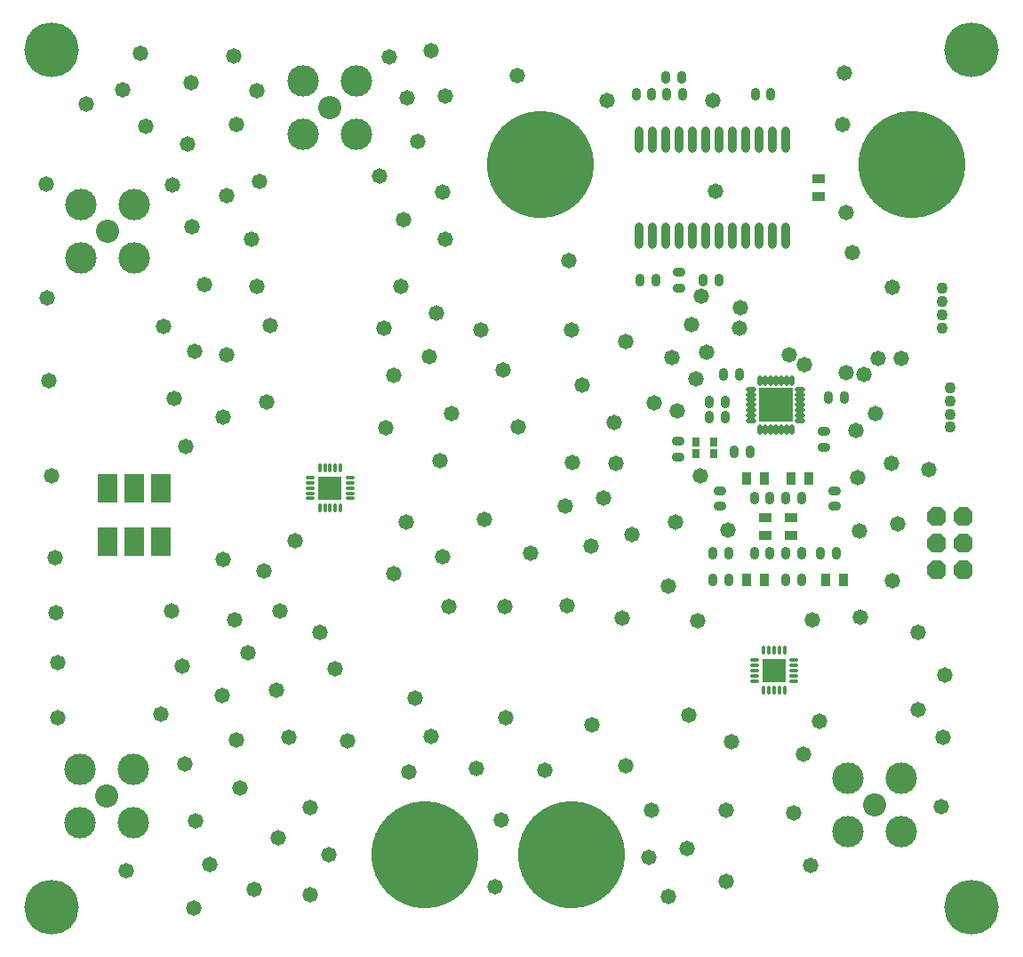
<source format=gts>
%FSLAX25Y25*%
%MOIN*%
G70*
G01*
G75*
G04 Layer_Color=8388736*
%ADD10C,0.11794*%
%ADD11O,0.00984X0.03150*%
%ADD12O,0.03150X0.00984*%
%ADD13R,0.12205X0.12205*%
%ADD14R,0.07874X0.07874*%
%ADD15O,0.00591X0.03189*%
%ADD16O,0.03189X0.00591*%
%ADD17R,0.07874X0.07874*%
G04:AMPARAMS|DCode=18|XSize=23.62mil|YSize=35.43mil|CornerRadius=5.91mil|HoleSize=0mil|Usage=FLASHONLY|Rotation=0.000|XOffset=0mil|YOffset=0mil|HoleType=Round|Shape=RoundedRectangle|*
%AMROUNDEDRECTD18*
21,1,0.02362,0.02362,0,0,0.0*
21,1,0.01181,0.03543,0,0,0.0*
1,1,0.01181,0.00591,-0.01181*
1,1,0.01181,-0.00591,-0.01181*
1,1,0.01181,-0.00591,0.01181*
1,1,0.01181,0.00591,0.01181*
%
%ADD18ROUNDEDRECTD18*%
G04:AMPARAMS|DCode=19|XSize=23.62mil|YSize=35.43mil|CornerRadius=5.91mil|HoleSize=0mil|Usage=FLASHONLY|Rotation=90.000|XOffset=0mil|YOffset=0mil|HoleType=Round|Shape=RoundedRectangle|*
%AMROUNDEDRECTD19*
21,1,0.02362,0.02362,0,0,90.0*
21,1,0.01181,0.03543,0,0,90.0*
1,1,0.01181,0.01181,0.00591*
1,1,0.01181,0.01181,-0.00591*
1,1,0.01181,-0.01181,-0.00591*
1,1,0.01181,-0.01181,0.00591*
%
%ADD19ROUNDEDRECTD19*%
%ADD20R,0.04016X0.02520*%
%ADD21R,0.06496X0.10000*%
%ADD22O,0.02362X0.09055*%
%ADD23R,0.02520X0.04016*%
%ADD24R,0.02362X0.02953*%
%ADD25C,0.00787*%
%ADD26C,0.01969*%
%ADD27C,0.11798*%
%ADD28C,0.00984*%
%ADD29C,0.06693*%
%ADD30C,0.05906*%
%ADD31C,0.39370*%
%ADD32C,0.11024*%
%ADD33C,0.07874*%
%ADD34C,0.03543*%
G04:AMPARAMS|DCode=35|XSize=62.01mil|YSize=62.01mil|CornerRadius=0mil|HoleSize=0mil|Usage=FLASHONLY|Rotation=0.000|XOffset=0mil|YOffset=0mil|HoleType=Round|Shape=Octagon|*
%AMOCTAGOND35*
4,1,8,0.03100,-0.01550,0.03100,0.01550,0.01550,0.03100,-0.01550,0.03100,-0.03100,0.01550,-0.03100,-0.01550,-0.01550,-0.03100,0.01550,-0.03100,0.03100,-0.01550,0.0*
%
%ADD35OCTAGOND35*%

%ADD36C,0.19685*%
%ADD37C,0.05000*%
%ADD38C,0.02362*%
%ADD39C,0.01000*%
%ADD40C,0.00492*%
%ADD41C,0.01008*%
%ADD42O,0.01784X0.03950*%
%ADD43O,0.03950X0.01784*%
%ADD44R,0.13005X0.13005*%
%ADD45R,0.08674X0.08674*%
%ADD46O,0.01391X0.03989*%
%ADD47O,0.03989X0.01391*%
%ADD48R,0.08674X0.08674*%
G04:AMPARAMS|DCode=49|XSize=31.62mil|YSize=43.43mil|CornerRadius=9.91mil|HoleSize=0mil|Usage=FLASHONLY|Rotation=0.000|XOffset=0mil|YOffset=0mil|HoleType=Round|Shape=RoundedRectangle|*
%AMROUNDEDRECTD49*
21,1,0.03162,0.02362,0,0,0.0*
21,1,0.01181,0.04343,0,0,0.0*
1,1,0.01981,0.00591,-0.01181*
1,1,0.01981,-0.00591,-0.01181*
1,1,0.01981,-0.00591,0.01181*
1,1,0.01981,0.00591,0.01181*
%
%ADD49ROUNDEDRECTD49*%
G04:AMPARAMS|DCode=50|XSize=31.62mil|YSize=43.43mil|CornerRadius=9.91mil|HoleSize=0mil|Usage=FLASHONLY|Rotation=90.000|XOffset=0mil|YOffset=0mil|HoleType=Round|Shape=RoundedRectangle|*
%AMROUNDEDRECTD50*
21,1,0.03162,0.02362,0,0,90.0*
21,1,0.01181,0.04343,0,0,90.0*
1,1,0.01981,0.01181,0.00591*
1,1,0.01981,0.01181,-0.00591*
1,1,0.01981,-0.01181,-0.00591*
1,1,0.01981,-0.01181,0.00591*
%
%ADD50ROUNDEDRECTD50*%
%ADD51R,0.04816X0.03320*%
%ADD52R,0.07296X0.10800*%
%ADD53O,0.03162X0.09855*%
%ADD54R,0.03320X0.04816*%
%ADD55R,0.03162X0.03753*%
%ADD56C,0.40170*%
%ADD57C,0.11824*%
%ADD58C,0.08674*%
%ADD59C,0.04343*%
G04:AMPARAMS|DCode=60|XSize=70.01mil|YSize=70.01mil|CornerRadius=0mil|HoleSize=0mil|Usage=FLASHONLY|Rotation=0.000|XOffset=0mil|YOffset=0mil|HoleType=Round|Shape=Octagon|*
%AMOCTAGOND60*
4,1,8,0.03500,-0.01750,0.03500,0.01750,0.01750,0.03500,-0.01750,0.03500,-0.03500,0.01750,-0.03500,-0.01750,-0.01750,-0.03500,0.01750,-0.03500,0.03500,-0.01750,0.0*
%
%ADD60OCTAGOND60*%

%ADD61C,0.20485*%
%ADD62C,0.05800*%
D42*
X282185Y195472D02*
D03*
X284154D02*
D03*
X286122D02*
D03*
X288090D02*
D03*
X290059D02*
D03*
X292028D02*
D03*
X293996D02*
D03*
Y213779D02*
D03*
X292028D02*
D03*
X290059D02*
D03*
X288090D02*
D03*
X286122D02*
D03*
X284154D02*
D03*
X282185D02*
D03*
D43*
X297244Y198721D02*
D03*
Y200689D02*
D03*
Y202658D02*
D03*
Y204626D02*
D03*
Y206594D02*
D03*
Y208563D02*
D03*
Y210531D02*
D03*
X278937D02*
D03*
Y208563D02*
D03*
Y206594D02*
D03*
Y204626D02*
D03*
Y202658D02*
D03*
Y200689D02*
D03*
Y198721D02*
D03*
D44*
X288090Y204626D02*
D03*
D45*
X120965Y173524D02*
D03*
D46*
X124902Y181004D02*
D03*
X122933D02*
D03*
X120965D02*
D03*
X118996D02*
D03*
X117028D02*
D03*
Y166043D02*
D03*
X118996D02*
D03*
X120965D02*
D03*
X122933D02*
D03*
X124902D02*
D03*
X291437Y112598D02*
D03*
X289468D02*
D03*
X287500D02*
D03*
X285531D02*
D03*
X283563D02*
D03*
Y97638D02*
D03*
X285531D02*
D03*
X287500D02*
D03*
X289468D02*
D03*
X291437D02*
D03*
D47*
X113484Y177461D02*
D03*
Y175492D02*
D03*
Y173524D02*
D03*
Y171555D02*
D03*
Y169587D02*
D03*
X128445D02*
D03*
Y171555D02*
D03*
Y173524D02*
D03*
Y175492D02*
D03*
Y177461D02*
D03*
X294980Y101181D02*
D03*
Y103150D02*
D03*
Y105118D02*
D03*
Y107087D02*
D03*
Y109055D02*
D03*
X280020D02*
D03*
Y107087D02*
D03*
Y105118D02*
D03*
Y103150D02*
D03*
Y101181D02*
D03*
D48*
X287500Y105118D02*
D03*
D49*
X253051Y321063D02*
D03*
X247146D02*
D03*
X268504Y216044D02*
D03*
X274410D02*
D03*
X269169Y200017D02*
D03*
X263263D02*
D03*
X313681Y207480D02*
D03*
X307776D02*
D03*
X286319Y321063D02*
D03*
X280413D02*
D03*
X241634D02*
D03*
X235728D02*
D03*
X266765Y251378D02*
D03*
X260860D02*
D03*
X243012D02*
D03*
X237106D02*
D03*
X278346Y187106D02*
D03*
X272441D02*
D03*
X285919Y169586D02*
D03*
X280013D02*
D03*
X297841Y148917D02*
D03*
X291935D02*
D03*
X280013Y148918D02*
D03*
X285919D02*
D03*
X291935Y139173D02*
D03*
X297841D02*
D03*
X304829Y148918D02*
D03*
X310735D02*
D03*
X297841Y169586D02*
D03*
X291935D02*
D03*
X270374Y148917D02*
D03*
X264469D02*
D03*
X270374Y139173D02*
D03*
X264469D02*
D03*
X246949Y327264D02*
D03*
X252854D02*
D03*
X263263Y205611D02*
D03*
X269169D02*
D03*
D50*
X251574Y185039D02*
D03*
Y190945D02*
D03*
X251771Y254429D02*
D03*
Y248524D02*
D03*
X306102Y188779D02*
D03*
Y194685D02*
D03*
X310138Y172539D02*
D03*
Y166634D02*
D03*
X267126D02*
D03*
Y172539D02*
D03*
D51*
X304035Y282776D02*
D03*
Y289469D02*
D03*
X284055Y155709D02*
D03*
Y162402D02*
D03*
X293799Y162402D02*
D03*
Y155709D02*
D03*
D52*
X57441Y153268D02*
D03*
X47441D02*
D03*
X37441D02*
D03*
Y173346D02*
D03*
X47441D02*
D03*
X57441D02*
D03*
D53*
X291870Y303937D02*
D03*
X286870D02*
D03*
X281870D02*
D03*
X276870D02*
D03*
X271870D02*
D03*
X266870D02*
D03*
X261870D02*
D03*
X256870D02*
D03*
X251870D02*
D03*
X246870D02*
D03*
X241870D02*
D03*
X236870D02*
D03*
X291870Y268110D02*
D03*
X286870D02*
D03*
X281870D02*
D03*
X276870D02*
D03*
X271870D02*
D03*
X266870D02*
D03*
X261870D02*
D03*
X256870D02*
D03*
X251870D02*
D03*
X246870D02*
D03*
X241870D02*
D03*
X236870D02*
D03*
D54*
X300590Y177165D02*
D03*
X293898D02*
D03*
X283957D02*
D03*
X277264D02*
D03*
X283957Y139173D02*
D03*
X277264D02*
D03*
X306791Y139173D02*
D03*
X313484D02*
D03*
D55*
X258169Y190866D02*
D03*
X264665D02*
D03*
Y186417D02*
D03*
X258169D02*
D03*
D56*
X199705Y294587D02*
D03*
X339272D02*
D03*
X211516Y36122D02*
D03*
X156447D02*
D03*
D57*
X27303Y47972D02*
D03*
Y67972D02*
D03*
X47303D02*
D03*
Y47972D02*
D03*
X335295Y44626D02*
D03*
X315295D02*
D03*
Y64626D02*
D03*
X335295D02*
D03*
X27500Y279587D02*
D03*
X47500D02*
D03*
Y259587D02*
D03*
X27500D02*
D03*
X110965Y326142D02*
D03*
X130965D02*
D03*
Y306142D02*
D03*
X110965D02*
D03*
D58*
X37303Y57973D02*
D03*
X325295Y54626D02*
D03*
X37500Y269587D02*
D03*
X120965Y316142D02*
D03*
D59*
X350492Y248327D02*
D03*
Y243406D02*
D03*
Y238484D02*
D03*
Y233563D02*
D03*
X353445Y196260D02*
D03*
Y201181D02*
D03*
Y206102D02*
D03*
Y211024D02*
D03*
D60*
X358327Y142795D02*
D03*
Y152795D02*
D03*
Y162795D02*
D03*
X348327Y142795D02*
D03*
Y152795D02*
D03*
Y162795D02*
D03*
D61*
X16535Y337795D02*
D03*
X361417D02*
D03*
Y16535D02*
D03*
X16535D02*
D03*
D62*
X312992Y309646D02*
D03*
X316831Y261811D02*
D03*
X331791Y138681D02*
D03*
X333957Y160039D02*
D03*
X250394Y160630D02*
D03*
X211910Y183071D02*
D03*
X223622Y169685D02*
D03*
X301870Y124213D02*
D03*
X304528Y86122D02*
D03*
X254724Y38484D02*
D03*
X158858Y80315D02*
D03*
X117028Y119390D02*
D03*
X144882Y141339D02*
D03*
X57579Y88878D02*
D03*
X92421Y22933D02*
D03*
X70472Y48622D02*
D03*
X185039Y49213D02*
D03*
X247736Y20276D02*
D03*
X301279Y32087D02*
D03*
X350000Y54035D02*
D03*
X294882Y51870D02*
D03*
X341437Y90453D02*
D03*
X258957Y123622D02*
D03*
X158858Y337303D02*
D03*
X139567Y290256D02*
D03*
X93504Y322342D02*
D03*
X61910Y287008D02*
D03*
X93504Y249016D02*
D03*
X162008Y183661D02*
D03*
X177559Y232874D02*
D03*
X227362Y198130D02*
D03*
X209744Y129528D02*
D03*
X96161Y142421D02*
D03*
X90256Y111909D02*
D03*
X141732Y195965D02*
D03*
X298622Y73622D02*
D03*
X271654Y78543D02*
D03*
X274606Y233268D02*
D03*
X256398Y234744D02*
D03*
X210531Y258661D02*
D03*
X331988Y248622D02*
D03*
X319783Y125098D02*
D03*
X351378Y103543D02*
D03*
X350984Y79921D02*
D03*
X341634Y119390D02*
D03*
X255512Y88287D02*
D03*
X231890Y69291D02*
D03*
X269390Y26181D02*
D03*
X165551Y128937D02*
D03*
X201476Y67716D02*
D03*
X218996Y84744D02*
D03*
X175689Y68504D02*
D03*
X186713Y87500D02*
D03*
X150591Y67126D02*
D03*
X152756Y94587D02*
D03*
X127559Y78839D02*
D03*
X122835Y105610D02*
D03*
X234252Y156102D02*
D03*
X230413Y124902D02*
D03*
X196161Y148917D02*
D03*
X186614Y129232D02*
D03*
X163091Y147736D02*
D03*
X149508Y160827D02*
D03*
X249213Y222539D02*
D03*
X274915Y241055D02*
D03*
X331398Y182776D02*
D03*
X269390Y52854D02*
D03*
X182677Y24114D02*
D03*
X241634Y52756D02*
D03*
X345571Y180413D02*
D03*
X66831Y189173D02*
D03*
X231988Y228445D02*
D03*
X218799Y151772D02*
D03*
X97244Y205906D02*
D03*
X98524Y234547D02*
D03*
X58465Y234154D02*
D03*
X14469Y287402D02*
D03*
X29429Y317323D02*
D03*
X94587Y288287D02*
D03*
X69095Y271555D02*
D03*
X85827Y309842D02*
D03*
X51870Y308957D02*
D03*
X49705Y336319D02*
D03*
X84941Y335433D02*
D03*
X143012Y334941D02*
D03*
X164173Y320472D02*
D03*
Y266732D02*
D03*
X191437Y196260D02*
D03*
X144783Y215650D02*
D03*
X102067Y127559D02*
D03*
X85827Y79134D02*
D03*
X120571Y36024D02*
D03*
X69882Y16142D02*
D03*
X44390Y30217D02*
D03*
X18898Y87500D02*
D03*
X18012Y126673D02*
D03*
X15354Y213878D02*
D03*
X61516Y127559D02*
D03*
X18898Y108169D02*
D03*
X80512Y95866D02*
D03*
X87205Y60925D02*
D03*
X160925Y238976D02*
D03*
X163091Y284350D02*
D03*
X153839Y303543D02*
D03*
X62402Y207087D02*
D03*
X91437Y266634D02*
D03*
X178740Y161713D02*
D03*
X318701Y177362D02*
D03*
X319587Y157480D02*
D03*
X247835Y136811D02*
D03*
X240354Y35138D02*
D03*
X113484Y20965D02*
D03*
X209055Y166732D02*
D03*
X149705Y319685D02*
D03*
X313779Y329134D02*
D03*
X260138Y245472D02*
D03*
X65453Y106791D02*
D03*
X211614Y232776D02*
D03*
X228051Y182776D02*
D03*
X215551Y212008D02*
D03*
X166634Y201378D02*
D03*
X141142Y233268D02*
D03*
X185827Y217717D02*
D03*
X158169Y222638D02*
D03*
X147539Y248917D02*
D03*
X14862Y244685D02*
D03*
X17717Y147441D02*
D03*
X16339Y177953D02*
D03*
X80807Y146752D02*
D03*
X66634Y70177D02*
D03*
X113484Y53839D02*
D03*
X101378Y42520D02*
D03*
X100689Y97835D02*
D03*
X107776Y153839D02*
D03*
X85039Y124114D02*
D03*
X80807Y200000D02*
D03*
X82284Y223327D02*
D03*
X70177Y224803D02*
D03*
X73721Y249606D02*
D03*
X82284Y282972D02*
D03*
X68799Y325492D02*
D03*
X43209Y322638D02*
D03*
X75689Y32480D02*
D03*
X67323Y302461D02*
D03*
X148327Y274213D02*
D03*
X314370Y276870D02*
D03*
X191240Y328051D02*
D03*
X105610Y80216D02*
D03*
X318209Y195177D02*
D03*
X325492Y201279D02*
D03*
X251279Y202362D02*
D03*
X262205Y224410D02*
D03*
X264567Y318602D02*
D03*
X224902Y318602D02*
D03*
X335138Y222146D02*
D03*
X326575D02*
D03*
X258071Y214469D02*
D03*
X321260Y215945D02*
D03*
X314469Y216595D02*
D03*
X293012Y223524D02*
D03*
X298819Y219783D02*
D03*
X265650Y284646D02*
D03*
X270177Y157776D02*
D03*
X242421Y205315D02*
D03*
X259842Y178051D02*
D03*
M02*

</source>
